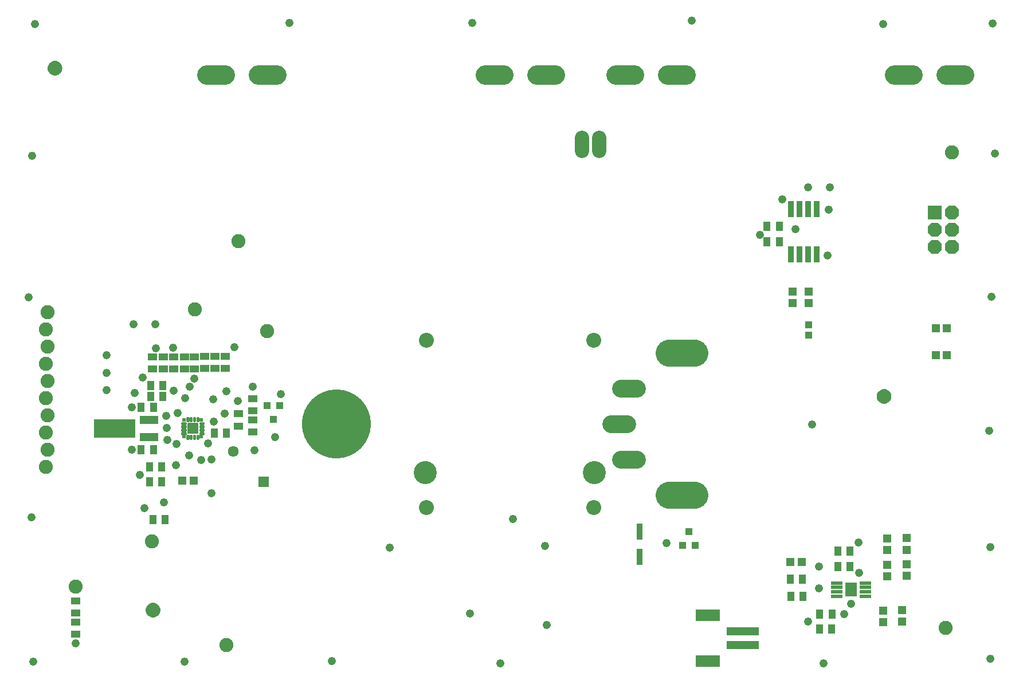
<source format=gts>
G75*
%MOIN*%
%OFA0B0*%
%FSLAX24Y24*%
%IPPOS*%
%LPD*%
%AMOC8*
5,1,8,0,0,1.08239X$1,22.5*
%
%ADD10R,0.0214X0.0214*%
%ADD11C,0.0181*%
%ADD12C,0.0050*%
%ADD13R,0.1064X0.0474*%
%ADD14R,0.2442X0.1064*%
%ADD15C,0.0820*%
%ADD16R,0.0710X0.0237*%
%ADD17R,0.0698X0.0824*%
%ADD18R,0.0513X0.0474*%
%ADD19R,0.0474X0.0513*%
%ADD20C,0.4017*%
%ADD21C,0.1025*%
%ADD22C,0.1582*%
%ADD23R,0.0395X0.0434*%
%ADD24R,0.0320X0.0950*%
%ADD25R,0.0474X0.0474*%
%ADD26R,0.0820X0.0820*%
%ADD27OC8,0.0820*%
%ADD28R,0.0395X0.0395*%
%ADD29R,0.0552X0.0395*%
%ADD30R,0.0395X0.0552*%
%ADD31C,0.0820*%
%ADD32R,0.0336X0.0946*%
%ADD33C,0.1130*%
%ADD34R,0.0634X0.0634*%
%ADD35C,0.0634*%
%ADD36R,0.1891X0.0474*%
%ADD37R,0.1419X0.0710*%
%ADD38C,0.0867*%
%ADD39C,0.1340*%
%ADD40C,0.0476*%
D10*
X010102Y014442D03*
X011102Y014442D03*
X011099Y015438D03*
X010102Y015438D03*
D11*
X010005Y015240D02*
X010005Y015230D01*
X010005Y015240D02*
X010145Y015240D01*
X010145Y015230D01*
X010005Y015230D01*
X010005Y015043D02*
X010005Y015033D01*
X010005Y015043D02*
X010145Y015043D01*
X010145Y015033D01*
X010005Y015033D01*
X010005Y014846D02*
X010005Y014836D01*
X010005Y014846D02*
X010145Y014846D01*
X010145Y014836D01*
X010005Y014836D01*
X010005Y014650D02*
X010005Y014640D01*
X010005Y014650D02*
X010145Y014650D01*
X010145Y014640D01*
X010005Y014640D01*
X010300Y014484D02*
X010310Y014484D01*
X010310Y014344D01*
X010300Y014344D01*
X010300Y014484D01*
X010497Y014484D02*
X010507Y014484D01*
X010507Y014344D01*
X010497Y014344D01*
X010497Y014484D01*
X010694Y014484D02*
X010704Y014484D01*
X010704Y014344D01*
X010694Y014344D01*
X010694Y014484D01*
X010891Y014484D02*
X010901Y014484D01*
X010901Y014344D01*
X010891Y014344D01*
X010891Y014484D01*
X011196Y014640D02*
X011196Y014650D01*
X011196Y014640D02*
X011056Y014640D01*
X011056Y014650D01*
X011196Y014650D01*
X011196Y014836D02*
X011196Y014846D01*
X011196Y014836D02*
X011056Y014836D01*
X011056Y014846D01*
X011196Y014846D01*
X011196Y015033D02*
X011196Y015043D01*
X011196Y015033D02*
X011056Y015033D01*
X011056Y015043D01*
X011196Y015043D01*
X011196Y015230D02*
X011196Y015240D01*
X011196Y015230D02*
X011056Y015230D01*
X011056Y015240D01*
X011196Y015240D01*
X010901Y015395D02*
X010891Y015395D01*
X010891Y015535D01*
X010901Y015535D01*
X010901Y015395D01*
X010704Y015395D02*
X010694Y015395D01*
X010694Y015535D01*
X010704Y015535D01*
X010704Y015395D01*
X010507Y015395D02*
X010497Y015395D01*
X010497Y015535D01*
X010507Y015535D01*
X010507Y015395D01*
X010310Y015395D02*
X010300Y015395D01*
X010300Y015535D01*
X010310Y015535D01*
X010310Y015395D01*
D12*
X010313Y015227D02*
X010888Y015227D01*
X010888Y014652D01*
X010313Y014652D01*
X010313Y015227D01*
X010313Y015215D02*
X010888Y015215D01*
X010888Y015167D02*
X010313Y015167D01*
X010313Y015118D02*
X010888Y015118D01*
X010888Y015070D02*
X010313Y015070D01*
X010313Y015021D02*
X010888Y015021D01*
X010888Y014973D02*
X010313Y014973D01*
X010313Y014924D02*
X010888Y014924D01*
X010888Y014876D02*
X010313Y014876D01*
X010313Y014827D02*
X010888Y014827D01*
X010888Y014779D02*
X010313Y014779D01*
X010313Y014730D02*
X010888Y014730D01*
X010888Y014682D02*
X010313Y014682D01*
X008359Y004741D02*
X008290Y004747D01*
X008222Y004741D01*
X008156Y004723D01*
X008093Y004694D01*
X008037Y004655D01*
X007989Y004606D01*
X007949Y004550D01*
X007920Y004488D01*
X007903Y004422D01*
X007897Y004353D01*
X007903Y004285D01*
X007920Y004219D01*
X007949Y004156D01*
X007989Y004100D01*
X008037Y004052D01*
X008093Y004012D01*
X008156Y003983D01*
X008222Y003966D01*
X008290Y003960D01*
X008359Y003966D01*
X008425Y003983D01*
X008487Y004012D01*
X008543Y004052D01*
X008592Y004100D01*
X008631Y004156D01*
X008660Y004219D01*
X008678Y004285D01*
X008684Y004353D01*
X008678Y004422D01*
X008660Y004488D01*
X008631Y004550D01*
X008592Y004606D01*
X008543Y004655D01*
X008487Y004694D01*
X008425Y004723D01*
X008359Y004741D01*
X008366Y004739D02*
X008215Y004739D01*
X008088Y004691D02*
X008492Y004691D01*
X008556Y004642D02*
X008024Y004642D01*
X007980Y004594D02*
X008601Y004594D01*
X008634Y004545D02*
X007947Y004545D01*
X007924Y004497D02*
X008656Y004497D01*
X008671Y004448D02*
X007910Y004448D01*
X007901Y004400D02*
X008680Y004400D01*
X008684Y004351D02*
X007897Y004351D01*
X007901Y004303D02*
X008679Y004303D01*
X008670Y004254D02*
X007911Y004254D01*
X007926Y004206D02*
X008654Y004206D01*
X008631Y004157D02*
X007949Y004157D01*
X007983Y004109D02*
X008598Y004109D01*
X008552Y004060D02*
X008029Y004060D01*
X008095Y004012D02*
X008485Y004012D01*
X008330Y003963D02*
X008250Y003963D01*
X050422Y016726D02*
X050416Y016794D01*
X050422Y016863D01*
X050440Y016929D01*
X050469Y016991D01*
X050508Y017047D01*
X050557Y017096D01*
X050613Y017135D01*
X050675Y017164D01*
X050742Y017182D01*
X050810Y017188D01*
X050878Y017182D01*
X050945Y017164D01*
X051007Y017135D01*
X051063Y017096D01*
X051112Y017047D01*
X051151Y016991D01*
X051180Y016929D01*
X051198Y016863D01*
X051204Y016794D01*
X051198Y016726D01*
X051180Y016660D01*
X051151Y016597D01*
X051112Y016541D01*
X051063Y016493D01*
X051007Y016453D01*
X050945Y016424D01*
X050878Y016406D01*
X050810Y016400D01*
X050742Y016406D01*
X050675Y016424D01*
X050613Y016453D01*
X050557Y016493D01*
X050508Y016541D01*
X050469Y016597D01*
X050440Y016660D01*
X050422Y016726D01*
X050424Y016719D02*
X051196Y016719D01*
X051201Y016767D02*
X050419Y016767D01*
X050418Y016816D02*
X051202Y016816D01*
X051197Y016864D02*
X050423Y016864D01*
X050436Y016913D02*
X051184Y016913D01*
X051165Y016961D02*
X050455Y016961D01*
X050482Y017010D02*
X051138Y017010D01*
X051101Y017058D02*
X050519Y017058D01*
X050572Y017107D02*
X051048Y017107D01*
X050964Y017155D02*
X050656Y017155D01*
X050437Y016670D02*
X051183Y016670D01*
X051162Y016622D02*
X050458Y016622D01*
X050486Y016573D02*
X051134Y016573D01*
X051095Y016525D02*
X050525Y016525D01*
X050580Y016476D02*
X051039Y016476D01*
X050952Y016428D02*
X050668Y016428D01*
X002952Y035754D02*
X002969Y035820D01*
X002975Y035889D01*
X002969Y035957D01*
X002952Y036023D01*
X002923Y036086D01*
X002883Y036142D01*
X002835Y036190D01*
X002778Y036230D01*
X002716Y036259D01*
X002650Y036276D01*
X002582Y036282D01*
X002513Y036276D01*
X002447Y036259D01*
X002385Y036230D01*
X002329Y036190D01*
X002280Y036142D01*
X002241Y036086D01*
X002212Y036023D01*
X002194Y035957D01*
X002188Y035889D01*
X002194Y035820D01*
X002212Y035754D01*
X002241Y035692D01*
X002280Y035636D01*
X002329Y035587D01*
X002385Y035548D01*
X002447Y035519D01*
X002513Y035501D01*
X002582Y035495D01*
X002650Y035501D01*
X002716Y035519D01*
X002778Y035548D01*
X002835Y035587D01*
X002883Y035636D01*
X002923Y035692D01*
X002952Y035754D01*
X002941Y035731D02*
X002222Y035731D01*
X002205Y035779D02*
X002958Y035779D01*
X002970Y035828D02*
X002193Y035828D01*
X002189Y035876D02*
X002974Y035876D01*
X002972Y035925D02*
X002191Y035925D01*
X002198Y035973D02*
X002965Y035973D01*
X002952Y036022D02*
X002211Y036022D01*
X002233Y036070D02*
X002930Y036070D01*
X002899Y036119D02*
X002264Y036119D01*
X002305Y036167D02*
X002858Y036167D01*
X002798Y036216D02*
X002365Y036216D01*
X002468Y036264D02*
X002695Y036264D01*
X002916Y035682D02*
X002247Y035682D01*
X002282Y035634D02*
X002881Y035634D01*
X002832Y035585D02*
X002331Y035585D01*
X002408Y035537D02*
X002755Y035537D01*
D13*
X008054Y015440D03*
X008054Y014440D03*
D14*
X006054Y014940D03*
D15*
X002170Y015680D03*
X002070Y016680D03*
X002170Y017680D03*
X002070Y018680D03*
X002170Y019680D03*
X002070Y020680D03*
X002170Y021680D03*
X010734Y021869D03*
X014926Y020589D03*
X013274Y025833D03*
X002070Y014680D03*
X002170Y013680D03*
X002070Y012680D03*
X008234Y008367D03*
X003790Y005713D03*
X012546Y002319D03*
X054377Y003309D03*
X054751Y030984D03*
D16*
X049708Y005931D03*
X049708Y005675D03*
X049708Y005419D03*
X049708Y005163D03*
X048054Y005163D03*
X048054Y005419D03*
X048054Y005675D03*
X048054Y005931D03*
D17*
X048881Y005547D03*
D18*
X050742Y004318D03*
X050742Y003649D03*
X050984Y006332D03*
X050984Y007001D03*
X052125Y007021D03*
X052125Y006352D03*
X046035Y007156D03*
X045366Y007156D03*
X045495Y022227D03*
X045495Y022897D03*
X046415Y022882D03*
X046415Y022212D03*
X010659Y011898D03*
X009989Y011898D03*
D19*
X051004Y008523D03*
X051004Y007853D03*
X052125Y007873D03*
X052125Y008542D03*
X051862Y004345D03*
X051862Y003676D03*
D20*
X018954Y015180D03*
D21*
X034920Y015180D02*
X035865Y015180D01*
X035475Y013113D02*
X036420Y013113D01*
X036420Y017247D02*
X035475Y017247D01*
D22*
X038303Y019314D02*
X039805Y019314D01*
X039805Y011046D02*
X038303Y011046D01*
D23*
X039466Y008937D03*
X039840Y008111D03*
X039092Y008111D03*
X015668Y016268D03*
X014920Y016268D03*
X015294Y015441D03*
D24*
X045404Y025050D03*
X045904Y025050D03*
X046404Y025050D03*
X046904Y025050D03*
X046904Y027700D03*
X046404Y027700D03*
X045904Y027700D03*
X045404Y027700D03*
D25*
X053838Y020757D03*
X054468Y020757D03*
X054468Y019182D03*
X053838Y019182D03*
D26*
X053754Y027480D03*
D27*
X054754Y027480D03*
X054754Y026480D03*
X053754Y026480D03*
X053754Y025480D03*
X054754Y025480D03*
D28*
X046415Y020952D03*
X046415Y020362D03*
D29*
X014083Y016652D03*
X014083Y015944D03*
X014084Y015440D03*
X014084Y014731D03*
X013256Y015072D03*
X013256Y015781D03*
X012497Y018415D03*
X011887Y018408D03*
X011296Y018408D03*
X010705Y018396D03*
X010115Y018396D03*
X009486Y018396D03*
X008895Y018389D03*
X008246Y018389D03*
X008246Y019097D03*
X008895Y019097D03*
X009486Y019104D03*
X010115Y019104D03*
X010705Y019104D03*
X011296Y019117D03*
X011887Y019117D03*
X012497Y019124D03*
X003781Y004892D03*
X003781Y004183D03*
X003775Y003671D03*
X003775Y002963D03*
D30*
X008275Y009629D03*
X008984Y009629D03*
X008797Y011811D03*
X008088Y011811D03*
X008088Y012687D03*
X008797Y012687D03*
X008310Y013689D03*
X007601Y013689D03*
X007601Y016160D03*
X008310Y016160D03*
X008147Y016798D03*
X008147Y017419D03*
X008856Y017419D03*
X008856Y016798D03*
X011864Y014649D03*
X012573Y014649D03*
X044000Y025780D03*
X044708Y025780D03*
X044708Y026680D03*
X044000Y026680D03*
X048119Y007775D03*
X048828Y007775D03*
X048828Y006905D03*
X048119Y006905D03*
X046071Y006164D03*
X045363Y006164D03*
X045377Y005141D03*
X046086Y005141D03*
X047074Y004114D03*
X047782Y004114D03*
X047763Y003263D03*
X047054Y003263D03*
D31*
X034215Y031104D02*
X034215Y031844D01*
X033215Y031844D02*
X033215Y031104D01*
D32*
X036578Y008916D03*
X036578Y007460D03*
D33*
X036279Y035480D02*
X035229Y035480D01*
X038229Y035480D02*
X039279Y035480D01*
X031679Y035480D02*
X030629Y035480D01*
X028679Y035480D02*
X027629Y035480D01*
X015479Y035480D02*
X014429Y035480D01*
X012479Y035480D02*
X011429Y035480D01*
X051429Y035480D02*
X052479Y035480D01*
X054429Y035480D02*
X055479Y035480D01*
D34*
X014727Y011834D03*
D35*
X012956Y013605D03*
D36*
X042601Y003113D03*
X042601Y002326D03*
D37*
X040554Y001381D03*
X040554Y004058D03*
D38*
X033924Y010310D03*
X024184Y010310D03*
X024184Y020050D03*
X033924Y020050D03*
D39*
X033974Y012350D03*
X024134Y012350D03*
D40*
X001322Y001341D03*
X003802Y002424D03*
X010121Y001341D03*
X018684Y001381D03*
X026735Y004156D03*
X028487Y001263D03*
X031184Y003507D03*
X031086Y008074D03*
X029235Y009668D03*
X022050Y007975D03*
X014196Y013664D03*
X015377Y014412D03*
X013231Y016519D03*
X012562Y017089D03*
X011794Y016617D03*
X012463Y015790D03*
X011814Y015337D03*
X011499Y014058D03*
X011676Y013133D03*
X011086Y013093D03*
X010377Y013349D03*
X009609Y012798D03*
X009649Y014038D03*
X009117Y014255D03*
X009097Y014944D03*
X009058Y015652D03*
X009708Y015830D03*
X010160Y016676D03*
X010416Y017365D03*
X010692Y017818D03*
X009491Y017109D03*
X007680Y017897D03*
X007227Y016991D03*
X007050Y016145D03*
X005593Y017149D03*
X005593Y018152D03*
X005593Y019176D03*
X007149Y021007D03*
X008408Y021007D03*
X008448Y019589D03*
X009471Y019629D03*
X013034Y019668D03*
X014097Y017345D03*
X015731Y016932D03*
X011676Y011145D03*
X008920Y010633D03*
X007778Y010278D03*
X007523Y012227D03*
X007070Y013684D03*
X001223Y009747D03*
X001046Y022542D03*
X001263Y030790D03*
X001420Y038448D03*
X016223Y038526D03*
X026873Y038526D03*
X039609Y038664D03*
X050771Y038448D03*
X057129Y038487D03*
X057247Y030908D03*
X047660Y028960D03*
X046400Y028960D03*
X044904Y028251D03*
X045672Y026538D03*
X043605Y026204D03*
X047523Y025003D03*
X047582Y027641D03*
X057070Y022582D03*
X046637Y015141D03*
X049334Y008290D03*
X049353Y006519D03*
X047024Y006905D03*
X047030Y005633D03*
X048881Y004708D03*
X048507Y004117D03*
X046381Y003704D03*
X047306Y001243D03*
X056991Y001538D03*
X056991Y008034D03*
X056912Y014806D03*
X038172Y008251D03*
M02*

</source>
